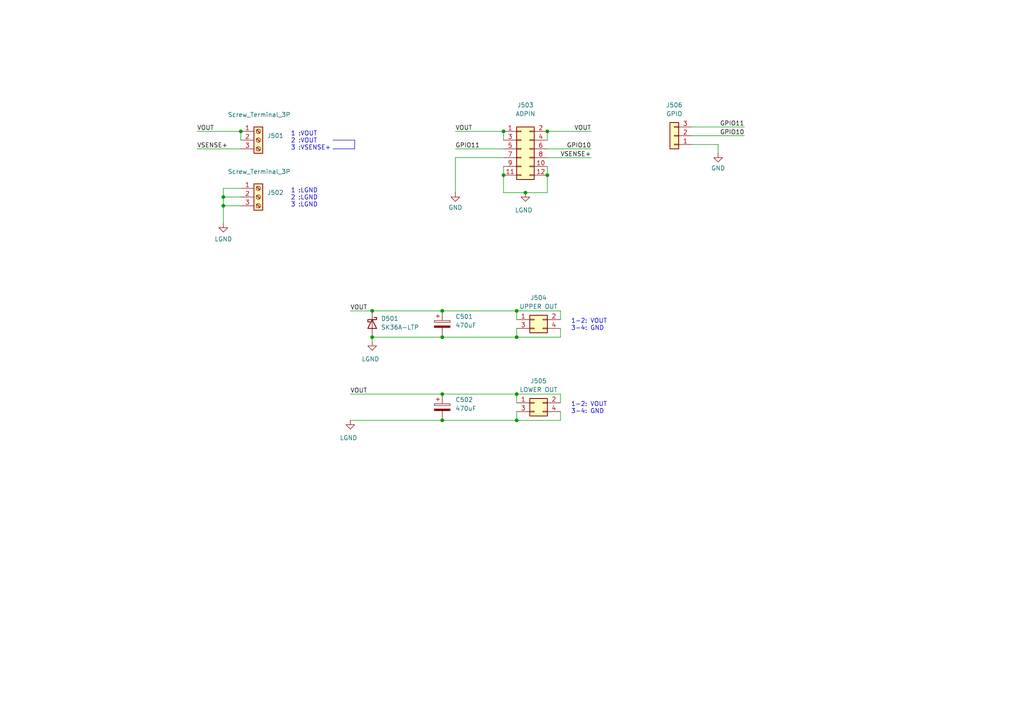
<source format=kicad_sch>
(kicad_sch
	(version 20250114)
	(generator "eeschema")
	(generator_version "9.0")
	(uuid "4097e663-9999-4e6d-ad58-9d0cd71e018f")
	(paper "A4")
	(title_block
		(title "DC POWER STATION 2")
		(date "2025-03-31")
		(rev "Rev1")
		(company "HNZ")
		(comment 1 "Licensed under CC-BY-SA V4.0")
		(comment 2 "(C) 2025 Hiroshi Nakajima <hnakamiru1103@gmail.com>")
	)
	(lib_symbols
		(symbol "Connector_Generic:Conn_01x03"
			(pin_names
				(offset 1.016)
				(hide yes)
			)
			(exclude_from_sim no)
			(in_bom yes)
			(on_board yes)
			(property "Reference" "J"
				(at 0 5.08 0)
				(effects
					(font
						(size 1.27 1.27)
					)
				)
			)
			(property "Value" "Conn_01x03"
				(at 0 -5.08 0)
				(effects
					(font
						(size 1.27 1.27)
					)
				)
			)
			(property "Footprint" ""
				(at 0 0 0)
				(effects
					(font
						(size 1.27 1.27)
					)
					(hide yes)
				)
			)
			(property "Datasheet" "~"
				(at 0 0 0)
				(effects
					(font
						(size 1.27 1.27)
					)
					(hide yes)
				)
			)
			(property "Description" "Generic connector, single row, 01x03, script generated (kicad-library-utils/schlib/autogen/connector/)"
				(at 0 0 0)
				(effects
					(font
						(size 1.27 1.27)
					)
					(hide yes)
				)
			)
			(property "ki_keywords" "connector"
				(at 0 0 0)
				(effects
					(font
						(size 1.27 1.27)
					)
					(hide yes)
				)
			)
			(property "ki_fp_filters" "Connector*:*_1x??_*"
				(at 0 0 0)
				(effects
					(font
						(size 1.27 1.27)
					)
					(hide yes)
				)
			)
			(symbol "Conn_01x03_1_1"
				(rectangle
					(start -1.27 3.81)
					(end 1.27 -3.81)
					(stroke
						(width 0.254)
						(type default)
					)
					(fill
						(type background)
					)
				)
				(rectangle
					(start -1.27 2.667)
					(end 0 2.413)
					(stroke
						(width 0.1524)
						(type default)
					)
					(fill
						(type none)
					)
				)
				(rectangle
					(start -1.27 0.127)
					(end 0 -0.127)
					(stroke
						(width 0.1524)
						(type default)
					)
					(fill
						(type none)
					)
				)
				(rectangle
					(start -1.27 -2.413)
					(end 0 -2.667)
					(stroke
						(width 0.1524)
						(type default)
					)
					(fill
						(type none)
					)
				)
				(pin passive line
					(at -5.08 2.54 0)
					(length 3.81)
					(name "Pin_1"
						(effects
							(font
								(size 1.27 1.27)
							)
						)
					)
					(number "1"
						(effects
							(font
								(size 1.27 1.27)
							)
						)
					)
				)
				(pin passive line
					(at -5.08 0 0)
					(length 3.81)
					(name "Pin_2"
						(effects
							(font
								(size 1.27 1.27)
							)
						)
					)
					(number "2"
						(effects
							(font
								(size 1.27 1.27)
							)
						)
					)
				)
				(pin passive line
					(at -5.08 -2.54 0)
					(length 3.81)
					(name "Pin_3"
						(effects
							(font
								(size 1.27 1.27)
							)
						)
					)
					(number "3"
						(effects
							(font
								(size 1.27 1.27)
							)
						)
					)
				)
			)
			(embedded_fonts no)
		)
		(symbol "Connector_Generic:Conn_02x06_Odd_Even"
			(pin_names
				(offset 1.016)
				(hide yes)
			)
			(exclude_from_sim no)
			(in_bom yes)
			(on_board yes)
			(property "Reference" "J"
				(at 1.27 7.62 0)
				(effects
					(font
						(size 1.27 1.27)
					)
				)
			)
			(property "Value" "Conn_02x06_Odd_Even"
				(at 1.27 -10.16 0)
				(effects
					(font
						(size 1.27 1.27)
					)
				)
			)
			(property "Footprint" ""
				(at 0 0 0)
				(effects
					(font
						(size 1.27 1.27)
					)
					(hide yes)
				)
			)
			(property "Datasheet" "~"
				(at 0 0 0)
				(effects
					(font
						(size 1.27 1.27)
					)
					(hide yes)
				)
			)
			(property "Description" "Generic connector, double row, 02x06, odd/even pin numbering scheme (row 1 odd numbers, row 2 even numbers), script generated (kicad-library-utils/schlib/autogen/connector/)"
				(at 0 0 0)
				(effects
					(font
						(size 1.27 1.27)
					)
					(hide yes)
				)
			)
			(property "ki_keywords" "connector"
				(at 0 0 0)
				(effects
					(font
						(size 1.27 1.27)
					)
					(hide yes)
				)
			)
			(property "ki_fp_filters" "Connector*:*_2x??_*"
				(at 0 0 0)
				(effects
					(font
						(size 1.27 1.27)
					)
					(hide yes)
				)
			)
			(symbol "Conn_02x06_Odd_Even_1_1"
				(rectangle
					(start -1.27 6.35)
					(end 3.81 -8.89)
					(stroke
						(width 0.254)
						(type default)
					)
					(fill
						(type background)
					)
				)
				(rectangle
					(start -1.27 5.207)
					(end 0 4.953)
					(stroke
						(width 0.1524)
						(type default)
					)
					(fill
						(type none)
					)
				)
				(rectangle
					(start -1.27 2.667)
					(end 0 2.413)
					(stroke
						(width 0.1524)
						(type default)
					)
					(fill
						(type none)
					)
				)
				(rectangle
					(start -1.27 0.127)
					(end 0 -0.127)
					(stroke
						(width 0.1524)
						(type default)
					)
					(fill
						(type none)
					)
				)
				(rectangle
					(start -1.27 -2.413)
					(end 0 -2.667)
					(stroke
						(width 0.1524)
						(type default)
					)
					(fill
						(type none)
					)
				)
				(rectangle
					(start -1.27 -4.953)
					(end 0 -5.207)
					(stroke
						(width 0.1524)
						(type default)
					)
					(fill
						(type none)
					)
				)
				(rectangle
					(start -1.27 -7.493)
					(end 0 -7.747)
					(stroke
						(width 0.1524)
						(type default)
					)
					(fill
						(type none)
					)
				)
				(rectangle
					(start 3.81 5.207)
					(end 2.54 4.953)
					(stroke
						(width 0.1524)
						(type default)
					)
					(fill
						(type none)
					)
				)
				(rectangle
					(start 3.81 2.667)
					(end 2.54 2.413)
					(stroke
						(width 0.1524)
						(type default)
					)
					(fill
						(type none)
					)
				)
				(rectangle
					(start 3.81 0.127)
					(end 2.54 -0.127)
					(stroke
						(width 0.1524)
						(type default)
					)
					(fill
						(type none)
					)
				)
				(rectangle
					(start 3.81 -2.413)
					(end 2.54 -2.667)
					(stroke
						(width 0.1524)
						(type default)
					)
					(fill
						(type none)
					)
				)
				(rectangle
					(start 3.81 -4.953)
					(end 2.54 -5.207)
					(stroke
						(width 0.1524)
						(type default)
					)
					(fill
						(type none)
					)
				)
				(rectangle
					(start 3.81 -7.493)
					(end 2.54 -7.747)
					(stroke
						(width 0.1524)
						(type default)
					)
					(fill
						(type none)
					)
				)
				(pin passive line
					(at -5.08 5.08 0)
					(length 3.81)
					(name "Pin_1"
						(effects
							(font
								(size 1.27 1.27)
							)
						)
					)
					(number "1"
						(effects
							(font
								(size 1.27 1.27)
							)
						)
					)
				)
				(pin passive line
					(at -5.08 2.54 0)
					(length 3.81)
					(name "Pin_3"
						(effects
							(font
								(size 1.27 1.27)
							)
						)
					)
					(number "3"
						(effects
							(font
								(size 1.27 1.27)
							)
						)
					)
				)
				(pin passive line
					(at -5.08 0 0)
					(length 3.81)
					(name "Pin_5"
						(effects
							(font
								(size 1.27 1.27)
							)
						)
					)
					(number "5"
						(effects
							(font
								(size 1.27 1.27)
							)
						)
					)
				)
				(pin passive line
					(at -5.08 -2.54 0)
					(length 3.81)
					(name "Pin_7"
						(effects
							(font
								(size 1.27 1.27)
							)
						)
					)
					(number "7"
						(effects
							(font
								(size 1.27 1.27)
							)
						)
					)
				)
				(pin passive line
					(at -5.08 -5.08 0)
					(length 3.81)
					(name "Pin_9"
						(effects
							(font
								(size 1.27 1.27)
							)
						)
					)
					(number "9"
						(effects
							(font
								(size 1.27 1.27)
							)
						)
					)
				)
				(pin passive line
					(at -5.08 -7.62 0)
					(length 3.81)
					(name "Pin_11"
						(effects
							(font
								(size 1.27 1.27)
							)
						)
					)
					(number "11"
						(effects
							(font
								(size 1.27 1.27)
							)
						)
					)
				)
				(pin passive line
					(at 7.62 5.08 180)
					(length 3.81)
					(name "Pin_2"
						(effects
							(font
								(size 1.27 1.27)
							)
						)
					)
					(number "2"
						(effects
							(font
								(size 1.27 1.27)
							)
						)
					)
				)
				(pin passive line
					(at 7.62 2.54 180)
					(length 3.81)
					(name "Pin_4"
						(effects
							(font
								(size 1.27 1.27)
							)
						)
					)
					(number "4"
						(effects
							(font
								(size 1.27 1.27)
							)
						)
					)
				)
				(pin passive line
					(at 7.62 0 180)
					(length 3.81)
					(name "Pin_6"
						(effects
							(font
								(size 1.27 1.27)
							)
						)
					)
					(number "6"
						(effects
							(font
								(size 1.27 1.27)
							)
						)
					)
				)
				(pin passive line
					(at 7.62 -2.54 180)
					(length 3.81)
					(name "Pin_8"
						(effects
							(font
								(size 1.27 1.27)
							)
						)
					)
					(number "8"
						(effects
							(font
								(size 1.27 1.27)
							)
						)
					)
				)
				(pin passive line
					(at 7.62 -5.08 180)
					(length 3.81)
					(name "Pin_10"
						(effects
							(font
								(size 1.27 1.27)
							)
						)
					)
					(number "10"
						(effects
							(font
								(size 1.27 1.27)
							)
						)
					)
				)
				(pin passive line
					(at 7.62 -7.62 180)
					(length 3.81)
					(name "Pin_12"
						(effects
							(font
								(size 1.27 1.27)
							)
						)
					)
					(number "12"
						(effects
							(font
								(size 1.27 1.27)
							)
						)
					)
				)
			)
			(embedded_fonts no)
		)
		(symbol "Device:C_Polarized"
			(pin_numbers
				(hide yes)
			)
			(pin_names
				(offset 0.254)
			)
			(exclude_from_sim no)
			(in_bom yes)
			(on_board yes)
			(property "Reference" "C"
				(at 0.635 2.54 0)
				(effects
					(font
						(size 1.27 1.27)
					)
					(justify left)
				)
			)
			(property "Value" "C_Polarized"
				(at 0.635 -2.54 0)
				(effects
					(font
						(size 1.27 1.27)
					)
					(justify left)
				)
			)
			(property "Footprint" ""
				(at 0.9652 -3.81 0)
				(effects
					(font
						(size 1.27 1.27)
					)
					(hide yes)
				)
			)
			(property "Datasheet" "~"
				(at 0 0 0)
				(effects
					(font
						(size 1.27 1.27)
					)
					(hide yes)
				)
			)
			(property "Description" "Polarized capacitor"
				(at 0 0 0)
				(effects
					(font
						(size 1.27 1.27)
					)
					(hide yes)
				)
			)
			(property "ki_keywords" "cap capacitor"
				(at 0 0 0)
				(effects
					(font
						(size 1.27 1.27)
					)
					(hide yes)
				)
			)
			(property "ki_fp_filters" "CP_*"
				(at 0 0 0)
				(effects
					(font
						(size 1.27 1.27)
					)
					(hide yes)
				)
			)
			(symbol "C_Polarized_0_1"
				(rectangle
					(start -2.286 0.508)
					(end 2.286 1.016)
					(stroke
						(width 0)
						(type default)
					)
					(fill
						(type none)
					)
				)
				(polyline
					(pts
						(xy -1.778 2.286) (xy -0.762 2.286)
					)
					(stroke
						(width 0)
						(type default)
					)
					(fill
						(type none)
					)
				)
				(polyline
					(pts
						(xy -1.27 2.794) (xy -1.27 1.778)
					)
					(stroke
						(width 0)
						(type default)
					)
					(fill
						(type none)
					)
				)
				(rectangle
					(start 2.286 -0.508)
					(end -2.286 -1.016)
					(stroke
						(width 0)
						(type default)
					)
					(fill
						(type outline)
					)
				)
			)
			(symbol "C_Polarized_1_1"
				(pin passive line
					(at 0 3.81 270)
					(length 2.794)
					(name "~"
						(effects
							(font
								(size 1.27 1.27)
							)
						)
					)
					(number "1"
						(effects
							(font
								(size 1.27 1.27)
							)
						)
					)
				)
				(pin passive line
					(at 0 -3.81 90)
					(length 2.794)
					(name "~"
						(effects
							(font
								(size 1.27 1.27)
							)
						)
					)
					(number "2"
						(effects
							(font
								(size 1.27 1.27)
							)
						)
					)
				)
			)
			(embedded_fonts no)
		)
		(symbol "power:GND"
			(power)
			(pin_numbers
				(hide yes)
			)
			(pin_names
				(offset 0)
				(hide yes)
			)
			(exclude_from_sim no)
			(in_bom yes)
			(on_board yes)
			(property "Reference" "#PWR"
				(at 0 -6.35 0)
				(effects
					(font
						(size 1.27 1.27)
					)
					(hide yes)
				)
			)
			(property "Value" "GND"
				(at 0 -3.81 0)
				(effects
					(font
						(size 1.27 1.27)
					)
				)
			)
			(property "Footprint" ""
				(at 0 0 0)
				(effects
					(font
						(size 1.27 1.27)
					)
					(hide yes)
				)
			)
			(property "Datasheet" ""
				(at 0 0 0)
				(effects
					(font
						(size 1.27 1.27)
					)
					(hide yes)
				)
			)
			(property "Description" "Power symbol creates a global label with name \"GND\" , ground"
				(at 0 0 0)
				(effects
					(font
						(size 1.27 1.27)
					)
					(hide yes)
				)
			)
			(property "ki_keywords" "global power"
				(at 0 0 0)
				(effects
					(font
						(size 1.27 1.27)
					)
					(hide yes)
				)
			)
			(symbol "GND_0_1"
				(polyline
					(pts
						(xy 0 0) (xy 0 -1.27) (xy 1.27 -1.27) (xy 0 -2.54) (xy -1.27 -1.27) (xy 0 -1.27)
					)
					(stroke
						(width 0)
						(type default)
					)
					(fill
						(type none)
					)
				)
			)
			(symbol "GND_1_1"
				(pin power_in line
					(at 0 0 270)
					(length 0)
					(name "~"
						(effects
							(font
								(size 1.27 1.27)
							)
						)
					)
					(number "1"
						(effects
							(font
								(size 1.27 1.27)
							)
						)
					)
				)
			)
			(embedded_fonts no)
		)
		(symbol "power:GNDA"
			(power)
			(pin_numbers
				(hide yes)
			)
			(pin_names
				(offset 0)
				(hide yes)
			)
			(exclude_from_sim no)
			(in_bom yes)
			(on_board yes)
			(property "Reference" "#PWR"
				(at 0 -6.35 0)
				(effects
					(font
						(size 1.27 1.27)
					)
					(hide yes)
				)
			)
			(property "Value" "GNDA"
				(at 0 -3.81 0)
				(effects
					(font
						(size 1.27 1.27)
					)
				)
			)
			(property "Footprint" ""
				(at 0 0 0)
				(effects
					(font
						(size 1.27 1.27)
					)
					(hide yes)
				)
			)
			(property "Datasheet" ""
				(at 0 0 0)
				(effects
					(font
						(size 1.27 1.27)
					)
					(hide yes)
				)
			)
			(property "Description" "Power symbol creates a global label with name \"GNDA\" , analog ground"
				(at 0 0 0)
				(effects
					(font
						(size 1.27 1.27)
					)
					(hide yes)
				)
			)
			(property "ki_keywords" "global power"
				(at 0 0 0)
				(effects
					(font
						(size 1.27 1.27)
					)
					(hide yes)
				)
			)
			(symbol "GNDA_0_1"
				(polyline
					(pts
						(xy 0 0) (xy 0 -1.27) (xy 1.27 -1.27) (xy 0 -2.54) (xy -1.27 -1.27) (xy 0 -1.27)
					)
					(stroke
						(width 0)
						(type default)
					)
					(fill
						(type none)
					)
				)
			)
			(symbol "GNDA_1_1"
				(pin power_in line
					(at 0 0 270)
					(length 0)
					(name "~"
						(effects
							(font
								(size 1.27 1.27)
							)
						)
					)
					(number "1"
						(effects
							(font
								(size 1.27 1.27)
							)
						)
					)
				)
			)
			(embedded_fonts no)
		)
		(symbol "tbctl:PinHeader 02x02"
			(pin_names
				(offset 1.016)
				(hide yes)
			)
			(exclude_from_sim no)
			(in_bom yes)
			(on_board yes)
			(property "Reference" "J"
				(at 1.27 2.54 0)
				(effects
					(font
						(size 1.27 1.27)
					)
				)
			)
			(property "Value" "PinHeader 02x02"
				(at 1.27 -5.08 0)
				(effects
					(font
						(size 1.27 1.27)
					)
				)
			)
			(property "Footprint" "Connector_PinHeader_2.54mm:PinHeader_2x02_P2.54mm_Vertical"
				(at 0 3.81 0)
				(effects
					(font
						(size 1.27 1.27)
					)
					(hide yes)
				)
			)
			(property "Datasheet" "~"
				(at 0 0 0)
				(effects
					(font
						(size 1.27 1.27)
					)
					(hide yes)
				)
			)
			(property "Description" "Generic connector, double row, 02x02, counter clockwise pin numbering scheme (similar to DIP package numbering), script generated (kicad-library-utils/schlib/autogen/connector/)"
				(at 0 0 0)
				(effects
					(font
						(size 1.27 1.27)
					)
					(hide yes)
				)
			)
			(property "ki_keywords" "connector"
				(at 0 0 0)
				(effects
					(font
						(size 1.27 1.27)
					)
					(hide yes)
				)
			)
			(property "ki_fp_filters" "Connector*:*_2x??_*"
				(at 0 0 0)
				(effects
					(font
						(size 1.27 1.27)
					)
					(hide yes)
				)
			)
			(symbol "PinHeader 02x02_1_1"
				(rectangle
					(start -1.27 1.27)
					(end 3.81 -3.81)
					(stroke
						(width 0.254)
						(type default)
					)
					(fill
						(type background)
					)
				)
				(rectangle
					(start -1.27 0.127)
					(end 0 -0.127)
					(stroke
						(width 0.1524)
						(type default)
					)
					(fill
						(type none)
					)
				)
				(rectangle
					(start -1.27 -2.413)
					(end 0 -2.667)
					(stroke
						(width 0.1524)
						(type default)
					)
					(fill
						(type none)
					)
				)
				(rectangle
					(start 3.81 0.127)
					(end 2.54 -0.127)
					(stroke
						(width 0.1524)
						(type default)
					)
					(fill
						(type none)
					)
				)
				(rectangle
					(start 3.81 -2.413)
					(end 2.54 -2.667)
					(stroke
						(width 0.1524)
						(type default)
					)
					(fill
						(type none)
					)
				)
				(pin passive line
					(at -5.08 0 0)
					(length 3.81)
					(name "Pin_1"
						(effects
							(font
								(size 1.27 1.27)
							)
						)
					)
					(number "1"
						(effects
							(font
								(size 1.27 1.27)
							)
						)
					)
				)
				(pin passive line
					(at -5.08 -2.54 0)
					(length 3.81)
					(name "Pin_3"
						(effects
							(font
								(size 1.27 1.27)
							)
						)
					)
					(number "3"
						(effects
							(font
								(size 1.27 1.27)
							)
						)
					)
				)
				(pin passive line
					(at 7.62 0 180)
					(length 3.81)
					(name "Pin_2"
						(effects
							(font
								(size 1.27 1.27)
							)
						)
					)
					(number "2"
						(effects
							(font
								(size 1.27 1.27)
							)
						)
					)
				)
				(pin passive line
					(at 7.62 -2.54 180)
					(length 3.81)
					(name "Pin_4"
						(effects
							(font
								(size 1.27 1.27)
							)
						)
					)
					(number "4"
						(effects
							(font
								(size 1.27 1.27)
							)
						)
					)
				)
			)
			(embedded_fonts no)
		)
		(symbol "tbctl:SK36A-LTP"
			(pin_numbers
				(hide yes)
			)
			(pin_names
				(hide yes)
			)
			(exclude_from_sim no)
			(in_bom yes)
			(on_board yes)
			(property "Reference" "D"
				(at 0 2.54 0)
				(effects
					(font
						(size 1.27 1.27)
					)
				)
			)
			(property "Value" "SK36A-LTP"
				(at 0 -2.54 0)
				(effects
					(font
						(size 1.27 1.27)
					)
				)
			)
			(property "Footprint" "Diode_SMD:D_SMA"
				(at 0 -4.445 0)
				(effects
					(font
						(size 1.27 1.27)
					)
					(hide yes)
				)
			)
			(property "Datasheet" ""
				(at 0 0 0)
				(effects
					(font
						(size 1.27 1.27)
					)
					(hide yes)
				)
			)
			(property "Description" "DIODE SCHOTTKY 60V 3A DO214AC"
				(at 0 0 0)
				(effects
					(font
						(size 1.27 1.27)
					)
					(hide yes)
				)
			)
			(property "ki_keywords" "diode Schottky"
				(at 0 0 0)
				(effects
					(font
						(size 1.27 1.27)
					)
					(hide yes)
				)
			)
			(property "ki_fp_filters" "D*0603*"
				(at 0 0 0)
				(effects
					(font
						(size 1.27 1.27)
					)
					(hide yes)
				)
			)
			(symbol "SK36A-LTP_0_1"
				(polyline
					(pts
						(xy -1.905 0.635) (xy -1.905 1.27) (xy -1.27 1.27) (xy -1.27 -1.27) (xy -0.635 -1.27) (xy -0.635 -0.635)
					)
					(stroke
						(width 0.254)
						(type default)
					)
					(fill
						(type none)
					)
				)
				(polyline
					(pts
						(xy 1.27 1.27) (xy 1.27 -1.27) (xy -1.27 0) (xy 1.27 1.27)
					)
					(stroke
						(width 0.254)
						(type default)
					)
					(fill
						(type none)
					)
				)
				(polyline
					(pts
						(xy 1.27 0) (xy -1.27 0)
					)
					(stroke
						(width 0)
						(type default)
					)
					(fill
						(type none)
					)
				)
			)
			(symbol "SK36A-LTP_1_1"
				(pin passive line
					(at -3.81 0 0)
					(length 2.54)
					(name "K"
						(effects
							(font
								(size 1.27 1.27)
							)
						)
					)
					(number "1"
						(effects
							(font
								(size 1.27 1.27)
							)
						)
					)
				)
				(pin passive line
					(at 3.81 0 180)
					(length 2.54)
					(name "A"
						(effects
							(font
								(size 1.27 1.27)
							)
						)
					)
					(number "2"
						(effects
							(font
								(size 1.27 1.27)
							)
						)
					)
				)
			)
			(embedded_fonts no)
		)
		(symbol "tbctl:Screw_Terminal_01x03"
			(pin_names
				(offset 1.016)
				(hide yes)
			)
			(exclude_from_sim no)
			(in_bom yes)
			(on_board yes)
			(property "Reference" "J"
				(at 0 5.08 0)
				(effects
					(font
						(size 1.27 1.27)
					)
				)
			)
			(property "Value" "Screw_Terminal_01x03"
				(at 0 -5.08 0)
				(effects
					(font
						(size 1.27 1.27)
					)
				)
			)
			(property "Footprint" "tbctl:TB112-2-2-3-E-1 Terminal Block"
				(at 0 0 0)
				(effects
					(font
						(size 1.27 1.27)
					)
					(hide yes)
				)
			)
			(property "Datasheet" "~"
				(at 0 0 0)
				(effects
					(font
						(size 1.27 1.27)
					)
					(hide yes)
				)
			)
			(property "Description" "Generic screw terminal, single row, 01x03, script generated (kicad-library-utils/schlib/autogen/connector/)"
				(at 0 0 0)
				(effects
					(font
						(size 1.27 1.27)
					)
					(hide yes)
				)
			)
			(property "ki_keywords" "screw terminal"
				(at 0 0 0)
				(effects
					(font
						(size 1.27 1.27)
					)
					(hide yes)
				)
			)
			(property "ki_fp_filters" "TerminalBlock*:*"
				(at 0 0 0)
				(effects
					(font
						(size 1.27 1.27)
					)
					(hide yes)
				)
			)
			(symbol "Screw_Terminal_01x03_1_1"
				(rectangle
					(start -1.27 3.81)
					(end 1.27 -3.81)
					(stroke
						(width 0.254)
						(type default)
					)
					(fill
						(type background)
					)
				)
				(polyline
					(pts
						(xy -0.5334 2.8702) (xy 0.3302 2.032)
					)
					(stroke
						(width 0.1524)
						(type default)
					)
					(fill
						(type none)
					)
				)
				(polyline
					(pts
						(xy -0.5334 0.3302) (xy 0.3302 -0.508)
					)
					(stroke
						(width 0.1524)
						(type default)
					)
					(fill
						(type none)
					)
				)
				(polyline
					(pts
						(xy -0.5334 -2.2098) (xy 0.3302 -3.048)
					)
					(stroke
						(width 0.1524)
						(type default)
					)
					(fill
						(type none)
					)
				)
				(polyline
					(pts
						(xy -0.3556 3.048) (xy 0.508 2.2098)
					)
					(stroke
						(width 0.1524)
						(type default)
					)
					(fill
						(type none)
					)
				)
				(polyline
					(pts
						(xy -0.3556 0.508) (xy 0.508 -0.3302)
					)
					(stroke
						(width 0.1524)
						(type default)
					)
					(fill
						(type none)
					)
				)
				(polyline
					(pts
						(xy -0.3556 -2.032) (xy 0.508 -2.8702)
					)
					(stroke
						(width 0.1524)
						(type default)
					)
					(fill
						(type none)
					)
				)
				(circle
					(center 0 2.54)
					(radius 0.635)
					(stroke
						(width 0.1524)
						(type default)
					)
					(fill
						(type none)
					)
				)
				(circle
					(center 0 0)
					(radius 0.635)
					(stroke
						(width 0.1524)
						(type default)
					)
					(fill
						(type none)
					)
				)
				(circle
					(center 0 -2.54)
					(radius 0.635)
					(stroke
						(width 0.1524)
						(type default)
					)
					(fill
						(type none)
					)
				)
				(pin passive line
					(at -5.08 2.54 0)
					(length 3.81)
					(name "Pin_1"
						(effects
							(font
								(size 1.27 1.27)
							)
						)
					)
					(number "1"
						(effects
							(font
								(size 1.27 1.27)
							)
						)
					)
				)
				(pin passive line
					(at -5.08 0 0)
					(length 3.81)
					(name "Pin_2"
						(effects
							(font
								(size 1.27 1.27)
							)
						)
					)
					(number "2"
						(effects
							(font
								(size 1.27 1.27)
							)
						)
					)
				)
				(pin passive line
					(at -5.08 -2.54 0)
					(length 3.81)
					(name "Pin_3"
						(effects
							(font
								(size 1.27 1.27)
							)
						)
					)
					(number "3"
						(effects
							(font
								(size 1.27 1.27)
							)
						)
					)
				)
			)
			(embedded_fonts no)
		)
	)
	(text "1 :LGND\n2 :LGND\n3 :LGND"
		(exclude_from_sim no)
		(at 84.328 60.198 0)
		(effects
			(font
				(size 1.27 1.27)
			)
			(justify left bottom)
		)
		(uuid "2e77cc47-bebf-43b4-935b-6a39ebfb8004")
	)
	(text "1-2: VOUT\n3-4: GND"
		(exclude_from_sim no)
		(at 165.608 94.234 0)
		(effects
			(font
				(size 1.27 1.27)
			)
			(justify left)
		)
		(uuid "74c22af1-b817-4fb2-b2d1-9e520d040f55")
	)
	(text "1 :VOUT\n2 :VOUT\n3 :VSENSE+"
		(exclude_from_sim no)
		(at 84.328 43.688 0)
		(effects
			(font
				(size 1.27 1.27)
			)
			(justify left bottom)
		)
		(uuid "87c9ddbe-d2e8-4dfd-ac6d-63ca1441fb9d")
	)
	(text "1-2: VOUT\n3-4: GND"
		(exclude_from_sim no)
		(at 165.608 118.364 0)
		(effects
			(font
				(size 1.27 1.27)
			)
			(justify left)
		)
		(uuid "910ead63-ee7e-4056-a289-f3a104efe493")
	)
	(junction
		(at 149.86 121.92)
		(diameter 0)
		(color 0 0 0 0)
		(uuid "1677dd20-c24d-4991-bca7-551ad0e9cf8b")
	)
	(junction
		(at 128.27 97.79)
		(diameter 0)
		(color 0 0 0 0)
		(uuid "212bd851-f23f-4240-9d81-f4d237cb6e95")
	)
	(junction
		(at 158.75 50.8)
		(diameter 0)
		(color 0 0 0 0)
		(uuid "3ceffa7c-2556-42af-aa61-9cb84bdc2361")
	)
	(junction
		(at 146.05 50.8)
		(diameter 0)
		(color 0 0 0 0)
		(uuid "50739687-1ee4-4f2c-b999-b7d3163c9a05")
	)
	(junction
		(at 64.77 57.15)
		(diameter 0)
		(color 0 0 0 0)
		(uuid "64938cbb-106b-4ff5-8138-799d549eb26d")
	)
	(junction
		(at 69.85 38.1)
		(diameter 0)
		(color 0 0 0 0)
		(uuid "7136f5d4-22bc-4478-98a8-132e7c871980")
	)
	(junction
		(at 107.95 90.17)
		(diameter 0)
		(color 0 0 0 0)
		(uuid "7cfd185b-855d-4cee-b4a3-b459ca68a4bf")
	)
	(junction
		(at 149.86 97.79)
		(diameter 0)
		(color 0 0 0 0)
		(uuid "7f5801eb-4630-49d6-b8e1-35df9139f52d")
	)
	(junction
		(at 149.86 114.3)
		(diameter 0)
		(color 0 0 0 0)
		(uuid "7fe978f6-718c-471d-948b-0b1e4fc1a4af")
	)
	(junction
		(at 152.4 55.88)
		(diameter 0)
		(color 0 0 0 0)
		(uuid "981c7cd9-3c49-40a0-85f0-31b82d7ba1ea")
	)
	(junction
		(at 128.27 121.92)
		(diameter 0)
		(color 0 0 0 0)
		(uuid "9bfec805-1877-4d50-91bf-e4a18bd4df2e")
	)
	(junction
		(at 128.27 114.3)
		(diameter 0)
		(color 0 0 0 0)
		(uuid "aba41b5d-402f-427c-a69b-17d5eb111e7f")
	)
	(junction
		(at 107.95 97.79)
		(diameter 0)
		(color 0 0 0 0)
		(uuid "b2c83429-9c28-48c0-bd07-3f50989a56b0")
	)
	(junction
		(at 64.77 59.69)
		(diameter 0)
		(color 0 0 0 0)
		(uuid "c631d16c-7187-45ac-9486-b6b354444dd3")
	)
	(junction
		(at 146.05 38.1)
		(diameter 0)
		(color 0 0 0 0)
		(uuid "cef26a5b-9b2e-46f7-9bf4-771ec82c1dfe")
	)
	(junction
		(at 158.75 38.1)
		(diameter 0)
		(color 0 0 0 0)
		(uuid "d9a1edab-fa96-4373-9125-190783b90ff3")
	)
	(junction
		(at 149.86 90.17)
		(diameter 0)
		(color 0 0 0 0)
		(uuid "dc555231-1c53-4212-b21d-61f506eccf90")
	)
	(junction
		(at 128.27 90.17)
		(diameter 0)
		(color 0 0 0 0)
		(uuid "ef614195-bea9-4d04-81cc-4b819746b465")
	)
	(wire
		(pts
			(xy 162.56 97.79) (xy 149.86 97.79)
		)
		(stroke
			(width 0)
			(type default)
		)
		(uuid "01dd4242-4767-48e1-aed5-b5b37010c64c")
	)
	(wire
		(pts
			(xy 152.4 55.88) (xy 158.75 55.88)
		)
		(stroke
			(width 0)
			(type default)
		)
		(uuid "076b54ad-af7f-4bbb-996e-e6bec031ae59")
	)
	(wire
		(pts
			(xy 146.05 55.88) (xy 152.4 55.88)
		)
		(stroke
			(width 0)
			(type default)
		)
		(uuid "0ba45827-95a8-4c73-ab11-582a261a6d19")
	)
	(wire
		(pts
			(xy 146.05 48.26) (xy 146.05 50.8)
		)
		(stroke
			(width 0)
			(type default)
		)
		(uuid "0c8fac1a-20c0-41e1-ab71-999214479172")
	)
	(wire
		(pts
			(xy 132.08 45.72) (xy 132.08 55.88)
		)
		(stroke
			(width 0)
			(type default)
		)
		(uuid "10762024-0e8b-40aa-bf88-4eec5851f314")
	)
	(wire
		(pts
			(xy 200.66 39.37) (xy 215.9 39.37)
		)
		(stroke
			(width 0)
			(type default)
		)
		(uuid "193884cb-b77d-419f-8a2b-ee4007f834b3")
	)
	(wire
		(pts
			(xy 107.95 90.17) (xy 128.27 90.17)
		)
		(stroke
			(width 0)
			(type default)
		)
		(uuid "1ac7378b-032d-4430-9085-939e06ee3109")
	)
	(wire
		(pts
			(xy 132.08 43.18) (xy 146.05 43.18)
		)
		(stroke
			(width 0)
			(type default)
		)
		(uuid "2772857b-e9a3-4c27-831a-b523b060b989")
	)
	(wire
		(pts
			(xy 64.77 54.61) (xy 64.77 57.15)
		)
		(stroke
			(width 0)
			(type default)
		)
		(uuid "2f9bf75b-fcea-4ef9-91db-1785c9eff0d2")
	)
	(wire
		(pts
			(xy 69.85 54.61) (xy 64.77 54.61)
		)
		(stroke
			(width 0)
			(type default)
		)
		(uuid "2fa653f0-b6f0-4ad9-97f4-6e00e24945db")
	)
	(polyline
		(pts
			(xy 102.87 40.64) (xy 102.87 43.18)
		)
		(stroke
			(width 0)
			(type default)
		)
		(uuid "39b2d480-9ccc-451f-9174-2441310b6195")
	)
	(wire
		(pts
			(xy 200.66 36.83) (xy 215.9 36.83)
		)
		(stroke
			(width 0)
			(type default)
		)
		(uuid "45f601b3-94f7-4b47-b56a-650c4d489c3e")
	)
	(wire
		(pts
			(xy 146.05 50.8) (xy 146.05 55.88)
		)
		(stroke
			(width 0)
			(type default)
		)
		(uuid "4cb1bde9-aba4-4599-9c6f-940033ba9964")
	)
	(wire
		(pts
			(xy 158.75 48.26) (xy 158.75 50.8)
		)
		(stroke
			(width 0)
			(type default)
		)
		(uuid "5774c069-3b4e-479a-880e-62a191ae7674")
	)
	(wire
		(pts
			(xy 101.6 121.92) (xy 128.27 121.92)
		)
		(stroke
			(width 0)
			(type default)
		)
		(uuid "57892a9b-7ec1-4893-bf6e-f6d7c140d438")
	)
	(wire
		(pts
			(xy 200.66 41.91) (xy 208.28 41.91)
		)
		(stroke
			(width 0)
			(type default)
		)
		(uuid "5c22aba2-dd91-406f-a0f5-ad0def168c54")
	)
	(wire
		(pts
			(xy 162.56 90.17) (xy 149.86 90.17)
		)
		(stroke
			(width 0)
			(type default)
		)
		(uuid "662843bb-d8e1-4930-958c-d57e275bdc50")
	)
	(wire
		(pts
			(xy 128.27 97.79) (xy 149.86 97.79)
		)
		(stroke
			(width 0)
			(type default)
		)
		(uuid "69f5dbd2-ade6-4f66-ae02-8d3781233f9c")
	)
	(wire
		(pts
			(xy 158.75 38.1) (xy 171.45 38.1)
		)
		(stroke
			(width 0)
			(type default)
		)
		(uuid "6b205651-bb44-486f-a1a6-cf6b23822c96")
	)
	(wire
		(pts
			(xy 162.56 114.3) (xy 149.86 114.3)
		)
		(stroke
			(width 0)
			(type default)
		)
		(uuid "6be99180-7a21-4705-b108-ba386efa37e3")
	)
	(wire
		(pts
			(xy 162.56 116.84) (xy 162.56 114.3)
		)
		(stroke
			(width 0)
			(type default)
		)
		(uuid "70658ae8-93b9-4a6b-8c40-67845547407b")
	)
	(wire
		(pts
			(xy 64.77 59.69) (xy 69.85 59.69)
		)
		(stroke
			(width 0)
			(type default)
		)
		(uuid "71bb677b-b7c1-4408-bf77-fce4f202b634")
	)
	(wire
		(pts
			(xy 132.08 45.72) (xy 146.05 45.72)
		)
		(stroke
			(width 0)
			(type default)
		)
		(uuid "78defedf-827f-41c2-b6c4-fe9aacc15b6a")
	)
	(wire
		(pts
			(xy 149.86 114.3) (xy 149.86 116.84)
		)
		(stroke
			(width 0)
			(type default)
		)
		(uuid "79ebcdc8-6016-46a2-896f-ccc78088e26f")
	)
	(wire
		(pts
			(xy 162.56 119.38) (xy 162.56 121.92)
		)
		(stroke
			(width 0)
			(type default)
		)
		(uuid "80e90541-6ed0-400d-83cc-f3891ca2c6ce")
	)
	(wire
		(pts
			(xy 69.85 38.1) (xy 69.85 40.64)
		)
		(stroke
			(width 0)
			(type default)
		)
		(uuid "84952d98-c057-4110-ae8f-d06ae0f3169b")
	)
	(wire
		(pts
			(xy 132.08 38.1) (xy 146.05 38.1)
		)
		(stroke
			(width 0)
			(type default)
		)
		(uuid "86e1fabd-2370-484a-9954-b51fe1d4e3da")
	)
	(wire
		(pts
			(xy 128.27 121.92) (xy 149.86 121.92)
		)
		(stroke
			(width 0)
			(type default)
		)
		(uuid "86fea8a3-37a5-45d2-8dc9-a5061d633d09")
	)
	(polyline
		(pts
			(xy 96.52 43.18) (xy 102.87 43.18)
		)
		(stroke
			(width 0)
			(type default)
		)
		(uuid "89d62073-c3c1-43b6-bd25-59b03a3386e6")
	)
	(wire
		(pts
			(xy 158.75 38.1) (xy 158.75 40.64)
		)
		(stroke
			(width 0)
			(type default)
		)
		(uuid "8c36137a-e7fe-40df-8d8e-697b01bcf296")
	)
	(wire
		(pts
			(xy 158.75 45.72) (xy 171.45 45.72)
		)
		(stroke
			(width 0)
			(type default)
		)
		(uuid "91f80c9c-3f04-435b-9c64-2be93a94b358")
	)
	(wire
		(pts
			(xy 128.27 114.3) (xy 149.86 114.3)
		)
		(stroke
			(width 0)
			(type default)
		)
		(uuid "94959e91-1b1e-4409-8369-7adb18133214")
	)
	(wire
		(pts
			(xy 57.15 43.18) (xy 69.85 43.18)
		)
		(stroke
			(width 0)
			(type default)
		)
		(uuid "98357f6c-6c08-4ff4-94b0-9723d56594c1")
	)
	(polyline
		(pts
			(xy 96.52 40.64) (xy 102.87 40.64)
		)
		(stroke
			(width 0)
			(type default)
		)
		(uuid "99bbd992-fc9d-48c0-a84c-e4b4a4836c1e")
	)
	(wire
		(pts
			(xy 57.15 38.1) (xy 69.85 38.1)
		)
		(stroke
			(width 0)
			(type default)
		)
		(uuid "a67accb7-b727-4ef9-af88-30969f1ea088")
	)
	(wire
		(pts
			(xy 64.77 57.15) (xy 69.85 57.15)
		)
		(stroke
			(width 0)
			(type default)
		)
		(uuid "b6cbee4e-5388-4c38-9a18-11e0ba29ff85")
	)
	(wire
		(pts
			(xy 149.86 97.79) (xy 149.86 95.25)
		)
		(stroke
			(width 0)
			(type default)
		)
		(uuid "bd20dd51-80f9-4c94-82c4-d41a6d1135c2")
	)
	(wire
		(pts
			(xy 101.6 90.17) (xy 107.95 90.17)
		)
		(stroke
			(width 0)
			(type default)
		)
		(uuid "bdbdbabf-7397-4875-89cb-a8f081e806ab")
	)
	(wire
		(pts
			(xy 64.77 64.77) (xy 64.77 59.69)
		)
		(stroke
			(width 0)
			(type default)
		)
		(uuid "c2129d1d-5c3f-4f7e-97f5-629ec227a014")
	)
	(wire
		(pts
			(xy 162.56 95.25) (xy 162.56 97.79)
		)
		(stroke
			(width 0)
			(type default)
		)
		(uuid "c655967b-c070-4a83-81fe-5a3b37a1e03e")
	)
	(wire
		(pts
			(xy 208.28 41.91) (xy 208.28 44.45)
		)
		(stroke
			(width 0)
			(type default)
		)
		(uuid "cd902d2a-b8ef-4880-8bdb-4e695def1204")
	)
	(wire
		(pts
			(xy 64.77 57.15) (xy 64.77 59.69)
		)
		(stroke
			(width 0)
			(type default)
		)
		(uuid "ce6f24fb-4102-435f-904b-c5f77795b237")
	)
	(wire
		(pts
			(xy 128.27 90.17) (xy 149.86 90.17)
		)
		(stroke
			(width 0)
			(type default)
		)
		(uuid "d1b73e10-740e-4925-9a0e-2441f30e20b2")
	)
	(wire
		(pts
			(xy 107.95 97.79) (xy 128.27 97.79)
		)
		(stroke
			(width 0)
			(type default)
		)
		(uuid "d4f13afa-aadd-4ad7-9fc6-2446ed865606")
	)
	(wire
		(pts
			(xy 101.6 114.3) (xy 128.27 114.3)
		)
		(stroke
			(width 0)
			(type default)
		)
		(uuid "d762c688-9bc5-4b34-8055-f221879c6fec")
	)
	(wire
		(pts
			(xy 149.86 119.38) (xy 149.86 121.92)
		)
		(stroke
			(width 0)
			(type default)
		)
		(uuid "dc7a93e5-026a-4726-b212-0ffb368d2b88")
	)
	(wire
		(pts
			(xy 158.75 55.88) (xy 158.75 50.8)
		)
		(stroke
			(width 0)
			(type default)
		)
		(uuid "dd80a5f7-648c-49ae-827c-1f3adeeaba0f")
	)
	(wire
		(pts
			(xy 146.05 38.1) (xy 146.05 40.64)
		)
		(stroke
			(width 0)
			(type default)
		)
		(uuid "e0754a30-6681-4a20-81b7-09eef7797461")
	)
	(wire
		(pts
			(xy 162.56 121.92) (xy 149.86 121.92)
		)
		(stroke
			(width 0)
			(type default)
		)
		(uuid "e3433555-c34f-404e-a334-a8460a1ef1fe")
	)
	(wire
		(pts
			(xy 162.56 92.71) (xy 162.56 90.17)
		)
		(stroke
			(width 0)
			(type default)
		)
		(uuid "e6b5b019-a4ea-4166-9b0e-2612b283d473")
	)
	(wire
		(pts
			(xy 107.95 97.79) (xy 107.95 99.06)
		)
		(stroke
			(width 0)
			(type default)
		)
		(uuid "ed63d72b-5e87-4681-b04c-2f08ef40b0cc")
	)
	(wire
		(pts
			(xy 149.86 90.17) (xy 149.86 92.71)
		)
		(stroke
			(width 0)
			(type default)
		)
		(uuid "f82361b5-dfc7-4f4d-8cdf-94ac1d332d34")
	)
	(wire
		(pts
			(xy 158.75 43.18) (xy 171.45 43.18)
		)
		(stroke
			(width 0)
			(type default)
		)
		(uuid "f84d3bdc-623f-46b7-90c5-facbc014f62e")
	)
	(label "GPIO10"
		(at 171.45 43.18 180)
		(effects
			(font
				(size 1.27 1.27)
			)
			(justify right bottom)
		)
		(uuid "2b9d98c6-6abc-4e40-a929-5d0b36058a4d")
	)
	(label "VOUT"
		(at 101.6 90.17 0)
		(effects
			(font
				(size 1.27 1.27)
			)
			(justify left bottom)
		)
		(uuid "42a4a582-3d25-4bd5-8a50-dcb5f12e75fb")
	)
	(label "VSENSE+"
		(at 171.45 45.72 180)
		(effects
			(font
				(size 1.27 1.27)
			)
			(justify right bottom)
		)
		(uuid "7309fe2d-9e9f-483f-8343-aa4f3c1b7059")
	)
	(label "VOUT"
		(at 101.6 114.3 0)
		(effects
			(font
				(size 1.27 1.27)
			)
			(justify left bottom)
		)
		(uuid "8a985772-741a-4375-aa8b-c6dafd0b8591")
	)
	(label "VOUT"
		(at 132.08 38.1 0)
		(effects
			(font
				(size 1.27 1.27)
			)
			(justify left bottom)
		)
		(uuid "8ba4cc4c-5988-4a6e-8a87-8d3bfe9e396c")
	)
	(label "VOUT"
		(at 171.45 38.1 180)
		(effects
			(font
				(size 1.27 1.27)
			)
			(justify right bottom)
		)
		(uuid "a7871de4-aa0c-42e3-aa58-d0e7376f9d37")
	)
	(label "VSENSE+"
		(at 57.15 43.18 0)
		(effects
			(font
				(size 1.27 1.27)
			)
			(justify left bottom)
		)
		(uuid "b1e1f8db-14b9-4664-9dac-2e11f0049deb")
	)
	(label "GPIO11"
		(at 215.9 36.83 180)
		(effects
			(font
				(size 1.27 1.27)
			)
			(justify right bottom)
		)
		(uuid "b92dfa3c-9d0a-4ace-a6e0-9c3ef55a84a4")
	)
	(label "VOUT"
		(at 57.15 38.1 0)
		(effects
			(font
				(size 1.27 1.27)
			)
			(justify left bottom)
		)
		(uuid "e023d0e3-bf6b-4679-a2ed-fa78f4d6e1a8")
	)
	(label "GPIO11"
		(at 132.08 43.18 0)
		(effects
			(font
				(size 1.27 1.27)
			)
			(justify left bottom)
		)
		(uuid "eacc2282-3143-41dc-8193-fc2a10750338")
	)
	(label "GPIO10"
		(at 215.9 39.37 180)
		(effects
			(font
				(size 1.27 1.27)
			)
			(justify right bottom)
		)
		(uuid "f73e0883-085f-40be-a565-3fb2f0a02b74")
	)
	(symbol
		(lib_id "power:GNDA")
		(at 152.4 55.88 0)
		(unit 1)
		(exclude_from_sim no)
		(in_bom yes)
		(on_board yes)
		(dnp no)
		(uuid "04a3c400-d4dd-41fa-8112-efdb74ca945c")
		(property "Reference" "#PWR0505"
			(at 152.4 62.23 0)
			(effects
				(font
					(size 1.27 1.27)
				)
				(hide yes)
			)
		)
		(property "Value" "LGND"
			(at 151.892 60.96 0)
			(effects
				(font
					(size 1.27 1.27)
				)
			)
		)
		(property "Footprint" ""
			(at 152.4 55.88 0)
			(effects
				(font
					(size 1.27 1.27)
				)
				(hide yes)
			)
		)
		(property "Datasheet" ""
			(at 152.4 55.88 0)
			(effects
				(font
					(size 1.27 1.27)
				)
				(hide yes)
			)
		)
		(property "Description" "Power symbol creates a global label with name \"GNDA\" , analog ground"
			(at 152.4 55.88 0)
			(effects
				(font
					(size 1.27 1.27)
				)
				(hide yes)
			)
		)
		(pin "1"
			(uuid "c073cbec-440e-4fbc-96e4-2e94a1726e0d")
		)
		(instances
			(project "dcpower"
				(path "/6f9e600f-a5c3-43a3-a3f9-7064494d5a8f/ae0d5ac4-4d74-4c63-bff6-8b1499899d99"
					(reference "#PWR0505")
					(unit 1)
				)
			)
		)
	)
	(symbol
		(lib_id "Device:C_Polarized")
		(at 128.27 93.98 0)
		(unit 1)
		(exclude_from_sim no)
		(in_bom yes)
		(on_board yes)
		(dnp no)
		(fields_autoplaced yes)
		(uuid "05be38fa-dd7f-4d45-8592-15ae7caa776d")
		(property "Reference" "C501"
			(at 132.08 91.8209 0)
			(effects
				(font
					(size 1.27 1.27)
				)
				(justify left)
			)
		)
		(property "Value" "470uF"
			(at 132.08 94.3609 0)
			(effects
				(font
					(size 1.27 1.27)
				)
				(justify left)
			)
		)
		(property "Footprint" "Capacitor_THT:CP_Radial_D8.0mm_P5.00mm"
			(at 129.2352 97.79 0)
			(effects
				(font
					(size 1.27 1.27)
				)
				(hide yes)
			)
		)
		(property "Datasheet" "~"
			(at 128.27 93.98 0)
			(effects
				(font
					(size 1.27 1.27)
				)
				(hide yes)
			)
		)
		(property "Description" "Polarized capacitor"
			(at 128.27 93.98 0)
			(effects
				(font
					(size 1.27 1.27)
				)
				(hide yes)
			)
		)
		(property "Sim.Device" ""
			(at 128.27 93.98 0)
			(effects
				(font
					(size 1.27 1.27)
				)
				(hide yes)
			)
		)
		(property "Sim.Type" ""
			(at 128.27 93.98 0)
			(effects
				(font
					(size 1.27 1.27)
				)
				(hide yes)
			)
		)
		(property "digikey" "1189-1890-ND"
			(at 128.27 93.98 0)
			(effects
				(font
					(size 1.27 1.27)
				)
				(hide yes)
			)
		)
		(pin "2"
			(uuid "ec8b38a2-fcce-485c-bccd-224c81bb2171")
		)
		(pin "1"
			(uuid "8b19c85d-01ba-49eb-805a-b7fe16af8f4e")
		)
		(instances
			(project ""
				(path "/6f9e600f-a5c3-43a3-a3f9-7064494d5a8f/ae0d5ac4-4d74-4c63-bff6-8b1499899d99"
					(reference "C501")
					(unit 1)
				)
			)
		)
	)
	(symbol
		(lib_id "Device:C_Polarized")
		(at 128.27 118.11 0)
		(unit 1)
		(exclude_from_sim no)
		(in_bom yes)
		(on_board yes)
		(dnp no)
		(fields_autoplaced yes)
		(uuid "13ff1ec9-95de-4f14-8c5d-76db5a61db52")
		(property "Reference" "C502"
			(at 132.08 115.9509 0)
			(effects
				(font
					(size 1.27 1.27)
				)
				(justify left)
			)
		)
		(property "Value" "470uF"
			(at 132.08 118.4909 0)
			(effects
				(font
					(size 1.27 1.27)
				)
				(justify left)
			)
		)
		(property "Footprint" "Capacitor_THT:CP_Radial_D8.0mm_P5.00mm"
			(at 129.2352 121.92 0)
			(effects
				(font
					(size 1.27 1.27)
				)
				(hide yes)
			)
		)
		(property "Datasheet" "~"
			(at 128.27 118.11 0)
			(effects
				(font
					(size 1.27 1.27)
				)
				(hide yes)
			)
		)
		(property "Description" "Polarized capacitor"
			(at 128.27 118.11 0)
			(effects
				(font
					(size 1.27 1.27)
				)
				(hide yes)
			)
		)
		(property "Sim.Device" ""
			(at 128.27 118.11 0)
			(effects
				(font
					(size 1.27 1.27)
				)
				(hide yes)
			)
		)
		(property "Sim.Type" ""
			(at 128.27 118.11 0)
			(effects
				(font
					(size 1.27 1.27)
				)
				(hide yes)
			)
		)
		(property "digikey" "1189-1890-ND"
			(at 128.27 118.11 0)
			(effects
				(font
					(size 1.27 1.27)
				)
				(hide yes)
			)
		)
		(pin "2"
			(uuid "6396a514-83c8-408b-8632-e44641661e8f")
		)
		(pin "1"
			(uuid "03af122b-0612-4e6d-8121-5ca6ce4b5d72")
		)
		(instances
			(project "dcpower"
				(path "/6f9e600f-a5c3-43a3-a3f9-7064494d5a8f/ae0d5ac4-4d74-4c63-bff6-8b1499899d99"
					(reference "C502")
					(unit 1)
				)
			)
		)
	)
	(symbol
		(lib_id "tbctl:PinHeader 02x02")
		(at 154.94 116.84 0)
		(unit 1)
		(exclude_from_sim no)
		(in_bom yes)
		(on_board yes)
		(dnp no)
		(fields_autoplaced yes)
		(uuid "42c9fd1e-0e46-4a5d-8206-6ef6cfcafec2")
		(property "Reference" "J505"
			(at 156.21 110.49 0)
			(effects
				(font
					(size 1.27 1.27)
				)
			)
		)
		(property "Value" "LOWER OUT"
			(at 156.21 113.03 0)
			(effects
				(font
					(size 1.27 1.27)
				)
			)
		)
		(property "Footprint" "Connector_PinHeader_2.54mm:PinHeader_2x02_P2.54mm_Vertical"
			(at 154.94 113.03 0)
			(effects
				(font
					(size 1.27 1.27)
				)
				(hide yes)
			)
		)
		(property "Datasheet" "~"
			(at 154.94 116.84 0)
			(effects
				(font
					(size 1.27 1.27)
				)
				(hide yes)
			)
		)
		(property "Description" "Generic connector, double row, 02x02, counter clockwise pin numbering scheme (similar to DIP package numbering), script generated (kicad-library-utils/schlib/autogen/connector/)"
			(at 154.94 116.84 0)
			(effects
				(font
					(size 1.27 1.27)
				)
				(hide yes)
			)
		)
		(property "digikey" "2057-PH2-04-UA-ND"
			(at 154.94 116.84 0)
			(effects
				(font
					(size 1.27 1.27)
				)
				(hide yes)
			)
		)
		(property "Sim.Device" ""
			(at 154.94 116.84 0)
			(effects
				(font
					(size 1.27 1.27)
				)
				(hide yes)
			)
		)
		(property "Sim.Type" ""
			(at 154.94 116.84 0)
			(effects
				(font
					(size 1.27 1.27)
				)
				(hide yes)
			)
		)
		(pin "1"
			(uuid "6b6c602e-1d64-4d13-b0dd-a83b2fef036b")
		)
		(pin "3"
			(uuid "7c135546-e114-4427-86f0-b8ac9b5845cc")
		)
		(pin "4"
			(uuid "fa1e8422-d05b-4bdf-8137-1b481f987746")
		)
		(pin "2"
			(uuid "8308a05c-3db8-45fa-84de-46b2bb4de1a1")
		)
		(instances
			(project "dcpower"
				(path "/6f9e600f-a5c3-43a3-a3f9-7064494d5a8f/ae0d5ac4-4d74-4c63-bff6-8b1499899d99"
					(reference "J505")
					(unit 1)
				)
			)
		)
	)
	(symbol
		(lib_id "power:GNDA")
		(at 101.6 121.92 0)
		(unit 1)
		(exclude_from_sim no)
		(in_bom yes)
		(on_board yes)
		(dnp no)
		(uuid "5468593a-043b-402d-b204-0982ea6ec5d3")
		(property "Reference" "#PWR0502"
			(at 101.6 128.27 0)
			(effects
				(font
					(size 1.27 1.27)
				)
				(hide yes)
			)
		)
		(property "Value" "LGND"
			(at 101.092 127 0)
			(effects
				(font
					(size 1.27 1.27)
				)
			)
		)
		(property "Footprint" ""
			(at 101.6 121.92 0)
			(effects
				(font
					(size 1.27 1.27)
				)
				(hide yes)
			)
		)
		(property "Datasheet" ""
			(at 101.6 121.92 0)
			(effects
				(font
					(size 1.27 1.27)
				)
				(hide yes)
			)
		)
		(property "Description" "Power symbol creates a global label with name \"GNDA\" , analog ground"
			(at 101.6 121.92 0)
			(effects
				(font
					(size 1.27 1.27)
				)
				(hide yes)
			)
		)
		(pin "1"
			(uuid "953e9d33-9d6a-4169-a7bb-210186789e85")
		)
		(instances
			(project "dcpower"
				(path "/6f9e600f-a5c3-43a3-a3f9-7064494d5a8f/ae0d5ac4-4d74-4c63-bff6-8b1499899d99"
					(reference "#PWR0502")
					(unit 1)
				)
			)
		)
	)
	(symbol
		(lib_id "tbctl:SK36A-LTP")
		(at 107.95 93.98 270)
		(unit 1)
		(exclude_from_sim no)
		(in_bom yes)
		(on_board yes)
		(dnp no)
		(fields_autoplaced yes)
		(uuid "6ef75f61-5d11-4c6b-8ae3-0a1992c52827")
		(property "Reference" "D501"
			(at 110.49 92.3924 90)
			(effects
				(font
					(size 1.27 1.27)
				)
				(justify left)
			)
		)
		(property "Value" "SK36A-LTP"
			(at 110.49 94.9324 90)
			(effects
				(font
					(size 1.27 1.27)
				)
				(justify left)
			)
		)
		(property "Footprint" "Diode_SMD:D_SMA"
			(at 103.505 93.98 0)
			(effects
				(font
					(size 1.27 1.27)
				)
				(hide yes)
			)
		)
		(property "Datasheet" ""
			(at 107.95 93.98 0)
			(effects
				(font
					(size 1.27 1.27)
				)
				(hide yes)
			)
		)
		(property "Description" "DIODE SCHOTTKY 60V 3A DO214AC"
			(at 107.95 93.98 0)
			(effects
				(font
					(size 1.27 1.27)
				)
				(hide yes)
			)
		)
		(property "digikey" "SK36A-LTPMSCT-ND"
			(at 107.95 93.98 0)
			(effects
				(font
					(size 1.27 1.27)
				)
				(hide yes)
			)
		)
		(property "distributor" "https://www.digikey.com/en/products/detail/mcc-micro-commercial-components/SK36A-LTP/2642025"
			(at 107.95 93.98 0)
			(effects
				(font
					(size 1.27 1.27)
				)
				(hide yes)
			)
		)
		(property "Sim.Device" ""
			(at 107.95 93.98 90)
			(effects
				(font
					(size 1.27 1.27)
				)
				(hide yes)
			)
		)
		(property "Sim.Type" ""
			(at 107.95 93.98 90)
			(effects
				(font
					(size 1.27 1.27)
				)
				(hide yes)
			)
		)
		(pin "2"
			(uuid "551239d2-f8d5-447d-8068-3458e4ef55a9")
		)
		(pin "1"
			(uuid "dcd1bc23-97c1-4865-a94b-fa6f87c813f0")
		)
		(instances
			(project "dcpower"
				(path "/6f9e600f-a5c3-43a3-a3f9-7064494d5a8f/ae0d5ac4-4d74-4c63-bff6-8b1499899d99"
					(reference "D501")
					(unit 1)
				)
			)
		)
	)
	(symbol
		(lib_id "Connector_Generic:Conn_02x06_Odd_Even")
		(at 151.13 43.18 0)
		(unit 1)
		(exclude_from_sim no)
		(in_bom yes)
		(on_board yes)
		(dnp no)
		(uuid "778a82bf-b50c-4e92-9840-db80639df4ab")
		(property "Reference" "J503"
			(at 152.4 30.48 0)
			(effects
				(font
					(size 1.27 1.27)
				)
			)
		)
		(property "Value" "ADPIN"
			(at 152.4 33.02 0)
			(effects
				(font
					(size 1.27 1.27)
				)
			)
		)
		(property "Footprint" "Connector_PinHeader_2.54mm:PinHeader_2x06_P2.54mm_Vertical"
			(at 151.13 43.18 0)
			(effects
				(font
					(size 1.27 1.27)
				)
				(hide yes)
			)
		)
		(property "Datasheet" "~"
			(at 151.13 43.18 0)
			(effects
				(font
					(size 1.27 1.27)
				)
				(hide yes)
			)
		)
		(property "Description" "Generic connector, double row, 02x06, odd/even pin numbering scheme (row 1 odd numbers, row 2 even numbers), script generated (kicad-library-utils/schlib/autogen/connector/)"
			(at 151.13 43.18 0)
			(effects
				(font
					(size 1.27 1.27)
				)
				(hide yes)
			)
		)
		(property "distributor" ""
			(at 151.13 43.18 0)
			(effects
				(font
					(size 1.27 1.27)
				)
				(hide yes)
			)
		)
		(property "digikey" "2057-PH2RA-12-UA-ND"
			(at 151.13 43.18 0)
			(effects
				(font
					(size 1.27 1.27)
				)
				(hide yes)
			)
		)
		(property "Sim.Device" ""
			(at 151.13 43.18 0)
			(effects
				(font
					(size 1.27 1.27)
				)
				(hide yes)
			)
		)
		(property "Sim.Type" ""
			(at 151.13 43.18 0)
			(effects
				(font
					(size 1.27 1.27)
				)
				(hide yes)
			)
		)
		(pin "1"
			(uuid "c7edc872-74c5-47df-af4f-61768d5206bd")
		)
		(pin "10"
			(uuid "ea17d45d-91dd-4c95-80dc-e9b6d64c8e7d")
		)
		(pin "11"
			(uuid "0f84c7a7-720d-41c2-8db5-64072e51fdac")
		)
		(pin "12"
			(uuid "80fe91b8-7a9c-4374-8509-993643adf7e1")
		)
		(pin "2"
			(uuid "eec1bafd-265c-4ee1-8f9b-4f44812dc86f")
		)
		(pin "3"
			(uuid "9c38f506-ff89-4407-8f13-079f86d41198")
		)
		(pin "4"
			(uuid "682d2ff3-2afc-4b35-83a3-b32003a6121c")
		)
		(pin "5"
			(uuid "4431f2f0-0853-4ec5-a910-f3a24000e36a")
		)
		(pin "6"
			(uuid "2a78d5e9-49ab-49f8-a75b-25ad784b8e40")
		)
		(pin "7"
			(uuid "07862006-0bb6-41cd-a544-cd31c4316a2f")
		)
		(pin "8"
			(uuid "508a168b-6f0c-4219-beb7-7bfd17fba127")
		)
		(pin "9"
			(uuid "a9d6b807-4b90-412b-a748-94af89b29dee")
		)
		(instances
			(project "dcpower"
				(path "/6f9e600f-a5c3-43a3-a3f9-7064494d5a8f/ae0d5ac4-4d74-4c63-bff6-8b1499899d99"
					(reference "J503")
					(unit 1)
				)
			)
		)
	)
	(symbol
		(lib_id "power:GNDA")
		(at 107.95 99.06 0)
		(unit 1)
		(exclude_from_sim no)
		(in_bom yes)
		(on_board yes)
		(dnp no)
		(uuid "8dfed7ed-58b6-4107-9e55-bcb321edfc7a")
		(property "Reference" "#PWR0503"
			(at 107.95 105.41 0)
			(effects
				(font
					(size 1.27 1.27)
				)
				(hide yes)
			)
		)
		(property "Value" "LGND"
			(at 107.442 104.14 0)
			(effects
				(font
					(size 1.27 1.27)
				)
			)
		)
		(property "Footprint" ""
			(at 107.95 99.06 0)
			(effects
				(font
					(size 1.27 1.27)
				)
				(hide yes)
			)
		)
		(property "Datasheet" ""
			(at 107.95 99.06 0)
			(effects
				(font
					(size 1.27 1.27)
				)
				(hide yes)
			)
		)
		(property "Description" "Power symbol creates a global label with name \"GNDA\" , analog ground"
			(at 107.95 99.06 0)
			(effects
				(font
					(size 1.27 1.27)
				)
				(hide yes)
			)
		)
		(pin "1"
			(uuid "21c38197-2ed8-40b5-ac7e-a0c0da9664df")
		)
		(instances
			(project "dcpower"
				(path "/6f9e600f-a5c3-43a3-a3f9-7064494d5a8f/ae0d5ac4-4d74-4c63-bff6-8b1499899d99"
					(reference "#PWR0503")
					(unit 1)
				)
			)
		)
	)
	(symbol
		(lib_id "power:GNDA")
		(at 64.77 64.77 0)
		(unit 1)
		(exclude_from_sim no)
		(in_bom yes)
		(on_board yes)
		(dnp no)
		(uuid "a52c3a97-f651-4c4e-a42d-b3f109526f3e")
		(property "Reference" "#PWR0501"
			(at 64.77 71.12 0)
			(effects
				(font
					(size 1.27 1.27)
				)
				(hide yes)
			)
		)
		(property "Value" "LGND"
			(at 64.77 69.342 0)
			(effects
				(font
					(size 1.27 1.27)
				)
			)
		)
		(property "Footprint" ""
			(at 64.77 64.77 0)
			(effects
				(font
					(size 1.27 1.27)
				)
				(hide yes)
			)
		)
		(property "Datasheet" ""
			(at 64.77 64.77 0)
			(effects
				(font
					(size 1.27 1.27)
				)
				(hide yes)
			)
		)
		(property "Description" "Power symbol creates a global label with name \"GNDA\" , analog ground"
			(at 64.77 64.77 0)
			(effects
				(font
					(size 1.27 1.27)
				)
				(hide yes)
			)
		)
		(pin "1"
			(uuid "258bd7ee-d2e3-4231-ac7a-8d4a603a1cd8")
		)
		(instances
			(project "dcpower"
				(path "/6f9e600f-a5c3-43a3-a3f9-7064494d5a8f/ae0d5ac4-4d74-4c63-bff6-8b1499899d99"
					(reference "#PWR0501")
					(unit 1)
				)
			)
		)
	)
	(symbol
		(lib_id "tbctl:PinHeader 02x02")
		(at 154.94 92.71 0)
		(unit 1)
		(exclude_from_sim no)
		(in_bom yes)
		(on_board yes)
		(dnp no)
		(fields_autoplaced yes)
		(uuid "a96bf5f7-06ed-4d78-8536-2f2148b177b0")
		(property "Reference" "J504"
			(at 156.21 86.36 0)
			(effects
				(font
					(size 1.27 1.27)
				)
			)
		)
		(property "Value" "UPPER OUT"
			(at 156.21 88.9 0)
			(effects
				(font
					(size 1.27 1.27)
				)
			)
		)
		(property "Footprint" "Connector_PinHeader_2.54mm:PinHeader_2x02_P2.54mm_Vertical"
			(at 154.94 88.9 0)
			(effects
				(font
					(size 1.27 1.27)
				)
				(hide yes)
			)
		)
		(property "Datasheet" "~"
			(at 154.94 92.71 0)
			(effects
				(font
					(size 1.27 1.27)
				)
				(hide yes)
			)
		)
		(property "Description" "Generic connector, double row, 02x02, counter clockwise pin numbering scheme (similar to DIP package numbering), script generated (kicad-library-utils/schlib/autogen/connector/)"
			(at 154.94 92.71 0)
			(effects
				(font
					(size 1.27 1.27)
				)
				(hide yes)
			)
		)
		(property "digikey" "2057-PH2-04-UA-ND"
			(at 154.94 92.71 0)
			(effects
				(font
					(size 1.27 1.27)
				)
				(hide yes)
			)
		)
		(property "Sim.Device" ""
			(at 154.94 92.71 0)
			(effects
				(font
					(size 1.27 1.27)
				)
				(hide yes)
			)
		)
		(property "Sim.Type" ""
			(at 154.94 92.71 0)
			(effects
				(font
					(size 1.27 1.27)
				)
				(hide yes)
			)
		)
		(pin "1"
			(uuid "1b23813a-f64a-4844-a573-75236429b562")
		)
		(pin "3"
			(uuid "a96fa2ac-16b7-4948-a25c-ed2660ed7a4f")
		)
		(pin "4"
			(uuid "8bc9e70f-d50a-4370-80de-2040aca7f22c")
		)
		(pin "2"
			(uuid "e5cf7705-9d0c-4a35-9bb0-b56ef5071e84")
		)
		(instances
			(project "dcpower"
				(path "/6f9e600f-a5c3-43a3-a3f9-7064494d5a8f/ae0d5ac4-4d74-4c63-bff6-8b1499899d99"
					(reference "J504")
					(unit 1)
				)
			)
		)
	)
	(symbol
		(lib_id "tbctl:Screw_Terminal_01x03")
		(at 74.93 57.15 0)
		(unit 1)
		(exclude_from_sim no)
		(in_bom yes)
		(on_board yes)
		(dnp no)
		(uuid "adfdc0ed-d471-4ce3-af98-e894075fb4a7")
		(property "Reference" "J502"
			(at 77.47 55.8799 0)
			(effects
				(font
					(size 1.27 1.27)
				)
				(justify left)
			)
		)
		(property "Value" "Screw_Terminal_3P"
			(at 66.04 49.784 0)
			(effects
				(font
					(size 1.27 1.27)
				)
				(justify left)
			)
		)
		(property "Footprint" "Library:TB112-2-2-3-E-1 Terminal Block"
			(at 74.93 57.15 0)
			(effects
				(font
					(size 1.27 1.27)
				)
				(hide yes)
			)
		)
		(property "Datasheet" "~"
			(at 74.93 57.15 0)
			(effects
				(font
					(size 1.27 1.27)
				)
				(hide yes)
			)
		)
		(property "Description" "Generic screw terminal, single row, 01x03, script generated (kicad-library-utils/schlib/autogen/connector/)"
			(at 74.93 57.15 0)
			(effects
				(font
					(size 1.27 1.27)
				)
				(hide yes)
			)
		)
		(property "distributor" "https://akizukidenshi.com/catalog/g/g101310/"
			(at 74.93 57.15 0)
			(effects
				(font
					(size 1.27 1.27)
				)
				(hide yes)
			)
		)
		(property "Sim.Device" ""
			(at 74.93 57.15 0)
			(effects
				(font
					(size 1.27 1.27)
				)
				(hide yes)
			)
		)
		(property "Sim.Type" ""
			(at 74.93 57.15 0)
			(effects
				(font
					(size 1.27 1.27)
				)
				(hide yes)
			)
		)
		(property "digikey" "A113321-ND"
			(at 74.93 57.15 0)
			(effects
				(font
					(size 1.27 1.27)
				)
				(hide yes)
			)
		)
		(pin "2"
			(uuid "2a8293e6-217c-49e0-9796-e6c8be0e94ca")
		)
		(pin "1"
			(uuid "95cb7a27-d278-42ba-96f1-4c0bcd598d41")
		)
		(pin "3"
			(uuid "bb906477-71ae-4883-8dde-2b8d3351afb8")
		)
		(instances
			(project "dcpower"
				(path "/6f9e600f-a5c3-43a3-a3f9-7064494d5a8f/ae0d5ac4-4d74-4c63-bff6-8b1499899d99"
					(reference "J502")
					(unit 1)
				)
			)
		)
	)
	(symbol
		(lib_id "tbctl:Screw_Terminal_01x03")
		(at 74.93 40.64 0)
		(unit 1)
		(exclude_from_sim no)
		(in_bom yes)
		(on_board yes)
		(dnp no)
		(uuid "b9df340f-2341-4767-8121-6650fb0c033d")
		(property "Reference" "J501"
			(at 77.47 39.3699 0)
			(effects
				(font
					(size 1.27 1.27)
				)
				(justify left)
			)
		)
		(property "Value" "Screw_Terminal_3P"
			(at 66.04 33.274 0)
			(effects
				(font
					(size 1.27 1.27)
				)
				(justify left)
			)
		)
		(property "Footprint" "Library:TB112-2-2-3-E-1 Terminal Block"
			(at 74.93 40.64 0)
			(effects
				(font
					(size 1.27 1.27)
				)
				(hide yes)
			)
		)
		(property "Datasheet" "~"
			(at 74.93 40.64 0)
			(effects
				(font
					(size 1.27 1.27)
				)
				(hide yes)
			)
		)
		(property "Description" "Generic screw terminal, single row, 01x03, script generated (kicad-library-utils/schlib/autogen/connector/)"
			(at 74.93 40.64 0)
			(effects
				(font
					(size 1.27 1.27)
				)
				(hide yes)
			)
		)
		(property "distributor" "https://akizukidenshi.com/catalog/g/g101310/"
			(at 74.93 40.64 0)
			(effects
				(font
					(size 1.27 1.27)
				)
				(hide yes)
			)
		)
		(property "Sim.Device" ""
			(at 74.93 40.64 0)
			(effects
				(font
					(size 1.27 1.27)
				)
				(hide yes)
			)
		)
		(property "Sim.Type" ""
			(at 74.93 40.64 0)
			(effects
				(font
					(size 1.27 1.27)
				)
				(hide yes)
			)
		)
		(property "digikey" "A113321-ND"
			(at 74.93 40.64 0)
			(effects
				(font
					(size 1.27 1.27)
				)
				(hide yes)
			)
		)
		(pin "2"
			(uuid "28c23412-0a2e-43fc-8f6a-6d703416befe")
		)
		(pin "1"
			(uuid "d5c05bd0-897c-4f7d-be38-8d85026645fe")
		)
		(pin "3"
			(uuid "3b065148-c56d-4741-bfb9-ab36e12d3c5a")
		)
		(instances
			(project "dcpower"
				(path "/6f9e600f-a5c3-43a3-a3f9-7064494d5a8f/ae0d5ac4-4d74-4c63-bff6-8b1499899d99"
					(reference "J501")
					(unit 1)
				)
			)
		)
	)
	(symbol
		(lib_id "power:GND")
		(at 208.28 44.45 0)
		(unit 1)
		(exclude_from_sim no)
		(in_bom yes)
		(on_board yes)
		(dnp no)
		(uuid "c4ce7c27-fe74-4f81-a8c7-cfc3501c0f71")
		(property "Reference" "#PWR0506"
			(at 208.28 50.8 0)
			(effects
				(font
					(size 1.27 1.27)
				)
				(hide yes)
			)
		)
		(property "Value" "GND"
			(at 208.28 48.768 0)
			(effects
				(font
					(size 1.27 1.27)
				)
			)
		)
		(property "Footprint" ""
			(at 208.28 44.45 0)
			(effects
				(font
					(size 1.27 1.27)
				)
				(hide yes)
			)
		)
		(property "Datasheet" ""
			(at 208.28 44.45 0)
			(effects
				(font
					(size 1.27 1.27)
				)
				(hide yes)
			)
		)
		(property "Description" "Power symbol creates a global label with name \"GND\" , ground"
			(at 208.28 44.45 0)
			(effects
				(font
					(size 1.27 1.27)
				)
				(hide yes)
			)
		)
		(pin "1"
			(uuid "7996be2c-d3d9-4e33-b162-01f700053f29")
		)
		(instances
			(project "dcpower"
				(path "/6f9e600f-a5c3-43a3-a3f9-7064494d5a8f/ae0d5ac4-4d74-4c63-bff6-8b1499899d99"
					(reference "#PWR0506")
					(unit 1)
				)
			)
		)
	)
	(symbol
		(lib_id "Connector_Generic:Conn_01x03")
		(at 195.58 39.37 180)
		(unit 1)
		(exclude_from_sim no)
		(in_bom yes)
		(on_board yes)
		(dnp no)
		(fields_autoplaced yes)
		(uuid "e5c691b1-f947-43e8-aafe-14e33f1c9843")
		(property "Reference" "J506"
			(at 195.58 30.48 0)
			(effects
				(font
					(size 1.27 1.27)
				)
			)
		)
		(property "Value" "GPIO"
			(at 195.58 33.02 0)
			(effects
				(font
					(size 1.27 1.27)
				)
			)
		)
		(property "Footprint" "Connector_PinHeader_2.54mm:PinHeader_1x03_P2.54mm_Vertical"
			(at 195.58 39.37 0)
			(effects
				(font
					(size 1.27 1.27)
				)
				(hide yes)
			)
		)
		(property "Datasheet" "~"
			(at 195.58 39.37 0)
			(effects
				(font
					(size 1.27 1.27)
				)
				(hide yes)
			)
		)
		(property "Description" "Generic connector, single row, 01x03, script generated (kicad-library-utils/schlib/autogen/connector/)"
			(at 195.58 39.37 0)
			(effects
				(font
					(size 1.27 1.27)
				)
				(hide yes)
			)
		)
		(property "digikey" "2057-RS1-03-G-ND"
			(at 195.58 39.37 0)
			(effects
				(font
					(size 1.27 1.27)
				)
				(hide yes)
			)
		)
		(property "Sim.Device" ""
			(at 195.58 39.37 0)
			(effects
				(font
					(size 1.27 1.27)
				)
				(hide yes)
			)
		)
		(property "Sim.Type" ""
			(at 195.58 39.37 0)
			(effects
				(font
					(size 1.27 1.27)
				)
				(hide yes)
			)
		)
		(pin "3"
			(uuid "1cfbbc4e-55d0-45ff-a722-0f7fab785ace")
		)
		(pin "2"
			(uuid "9368eb54-eb61-4728-8969-b477544dd99b")
		)
		(pin "1"
			(uuid "7623dcd1-3d44-48ef-ab99-cedd1e00300d")
		)
		(instances
			(project "dcpower"
				(path "/6f9e600f-a5c3-43a3-a3f9-7064494d5a8f/ae0d5ac4-4d74-4c63-bff6-8b1499899d99"
					(reference "J506")
					(unit 1)
				)
			)
		)
	)
	(symbol
		(lib_id "power:GND")
		(at 132.08 55.88 0)
		(unit 1)
		(exclude_from_sim no)
		(in_bom yes)
		(on_board yes)
		(dnp no)
		(uuid "e8e16e86-6cf9-44ed-8019-2c958350f8c2")
		(property "Reference" "#PWR0504"
			(at 132.08 62.23 0)
			(effects
				(font
					(size 1.27 1.27)
				)
				(hide yes)
			)
		)
		(property "Value" "GND"
			(at 132.08 60.198 0)
			(effects
				(font
					(size 1.27 1.27)
				)
			)
		)
		(property "Footprint" ""
			(at 132.08 55.88 0)
			(effects
				(font
					(size 1.27 1.27)
				)
				(hide yes)
			)
		)
		(property "Datasheet" ""
			(at 132.08 55.88 0)
			(effects
				(font
					(size 1.27 1.27)
				)
				(hide yes)
			)
		)
		(property "Description" "Power symbol creates a global label with name \"GND\" , ground"
			(at 132.08 55.88 0)
			(effects
				(font
					(size 1.27 1.27)
				)
				(hide yes)
			)
		)
		(pin "1"
			(uuid "fe9d9ec9-db6d-44f1-b2d3-984113b3a2fa")
		)
		(instances
			(project "dcpower"
				(path "/6f9e600f-a5c3-43a3-a3f9-7064494d5a8f/ae0d5ac4-4d74-4c63-bff6-8b1499899d99"
					(reference "#PWR0504")
					(unit 1)
				)
			)
		)
	)
)

</source>
